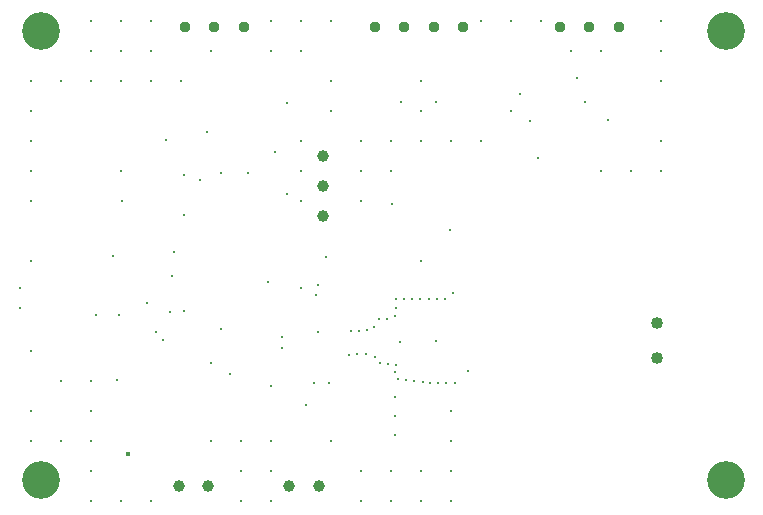
<source format=gbr>
%TF.GenerationSoftware,KiCad,Pcbnew,7.0.11-rc3*%
%TF.CreationDate,2025-03-16T23:23:55+08:00*%
%TF.ProjectId,BMS_Master,424d535f-4d61-4737-9465-722e6b696361,V1.3*%
%TF.SameCoordinates,Original*%
%TF.FileFunction,Plated,1,2,PTH,Drill*%
%TF.FilePolarity,Positive*%
%FSLAX46Y46*%
G04 Gerber Fmt 4.6, Leading zero omitted, Abs format (unit mm)*
G04 Created by KiCad (PCBNEW 7.0.11-rc3) date 2025-03-16 23:23:55*
%MOMM*%
%LPD*%
G01*
G04 APERTURE LIST*
%TA.AperFunction,ViaDrill*%
%ADD10C,0.250000*%
%TD*%
%TA.AperFunction,ViaDrill*%
%ADD11C,0.300000*%
%TD*%
%TA.AperFunction,ViaDrill*%
%ADD12C,0.400000*%
%TD*%
%TA.AperFunction,ComponentDrill*%
%ADD13C,0.950000*%
%TD*%
%TA.AperFunction,ComponentDrill*%
%ADD14C,1.000000*%
%TD*%
%TA.AperFunction,ComponentDrill*%
%ADD15C,1.020000*%
%TD*%
%TA.AperFunction,ComponentDrill*%
%ADD16C,3.200000*%
%TD*%
G04 APERTURE END LIST*
D10*
X75600000Y-69000000D03*
X81105000Y-57150000D03*
X82463150Y-57617701D03*
X84200000Y-70172880D03*
X88200000Y-66200000D03*
D11*
X67200000Y-66775000D03*
X67200000Y-68425000D03*
X68115477Y-49210000D03*
X68115477Y-51750000D03*
X68115477Y-54290000D03*
X68115477Y-56830000D03*
X68115477Y-59370000D03*
X68115477Y-64450000D03*
X68115477Y-72070000D03*
X68115477Y-77150000D03*
X68115477Y-79690000D03*
X70655477Y-49210000D03*
X70655477Y-74610000D03*
X70655477Y-79690000D03*
X73195477Y-44130000D03*
X73195477Y-46670000D03*
X73195477Y-49210000D03*
X73195477Y-74610000D03*
X73195477Y-77150000D03*
X73195477Y-79690000D03*
X73195477Y-82230000D03*
X73195477Y-84770000D03*
X73655000Y-69025000D03*
X75105000Y-64000000D03*
X75400000Y-74509447D03*
X75735477Y-44130000D03*
X75735477Y-46670000D03*
X75735477Y-49210000D03*
X75735477Y-56830000D03*
X75735477Y-84770000D03*
X75850000Y-59350000D03*
X77950000Y-68000000D03*
X78275477Y-44130000D03*
X78275477Y-46670000D03*
X78275477Y-49210000D03*
X78275477Y-84770000D03*
X78710343Y-70439657D03*
X79350000Y-71100000D03*
X79605000Y-54200000D03*
X79924558Y-68739657D03*
X80050000Y-65750000D03*
X80205000Y-63650000D03*
X80815477Y-49210000D03*
X81053440Y-60546560D03*
X81105000Y-68670096D03*
X83005000Y-53550000D03*
X83355477Y-46670000D03*
X83355477Y-79690000D03*
X83405000Y-73100000D03*
X84255000Y-56972701D03*
X85000000Y-74000000D03*
X85895477Y-79690000D03*
X85895477Y-82230000D03*
X85895477Y-84770000D03*
X86500000Y-57000000D03*
X88435477Y-44130000D03*
X88435477Y-46670000D03*
X88435477Y-79690000D03*
X88435477Y-82230000D03*
X88435477Y-84770000D03*
X88475000Y-75000000D03*
X88755000Y-55250000D03*
X89400000Y-70850000D03*
X89400000Y-71800000D03*
X89800000Y-51100000D03*
X89805000Y-58800000D03*
X90975477Y-44130000D03*
X90975477Y-46670000D03*
X90975477Y-54290000D03*
X90975477Y-56830000D03*
X90975477Y-59370000D03*
X91000000Y-66700000D03*
X91450000Y-76637500D03*
X92100000Y-74800000D03*
X92250000Y-67350000D03*
X92425414Y-70506162D03*
X92440000Y-66510000D03*
X93105000Y-64100000D03*
X93400000Y-74750000D03*
X93515477Y-44130000D03*
X93515477Y-49210000D03*
X93515477Y-51750000D03*
X93515477Y-79690000D03*
X95100000Y-72400000D03*
X95250000Y-70350000D03*
X95750000Y-72300000D03*
X95900000Y-70350000D03*
X96055477Y-54290000D03*
X96055477Y-56830000D03*
X96055477Y-59370000D03*
X96055477Y-82230000D03*
X96055477Y-84770000D03*
X96500000Y-72350000D03*
X96600000Y-70300000D03*
X97200000Y-70050000D03*
X97300000Y-72550000D03*
X97600000Y-69400000D03*
X97700000Y-73100000D03*
X98300000Y-69400000D03*
X98350000Y-73150000D03*
X98595477Y-54290000D03*
X98595477Y-56830000D03*
X98595477Y-82230000D03*
X98595477Y-84770000D03*
X98700000Y-59600000D03*
X98930000Y-75950000D03*
X98930000Y-77550000D03*
X98930000Y-79150000D03*
X98950000Y-69100000D03*
X98950000Y-73850000D03*
X99000000Y-67700000D03*
X99000000Y-68400000D03*
X99050000Y-73250000D03*
X99223569Y-74475000D03*
X99400000Y-71300000D03*
X99500000Y-51025000D03*
X99700000Y-67700000D03*
X99882476Y-74487622D03*
X100400000Y-67700000D03*
X100550000Y-74650000D03*
X101100000Y-67700000D03*
X101135477Y-49210000D03*
X101135477Y-51750000D03*
X101135477Y-54290000D03*
X101135477Y-64450000D03*
X101135477Y-82230000D03*
X101135477Y-84770000D03*
X101300000Y-74700000D03*
X101800000Y-67700000D03*
X101950000Y-74750000D03*
X102400000Y-51025000D03*
X102450000Y-71200000D03*
X102500000Y-67700000D03*
X102600000Y-74750000D03*
X103200000Y-67700000D03*
X103300000Y-74750000D03*
X103650000Y-61800000D03*
X103675477Y-54290000D03*
X103675477Y-77150000D03*
X103675477Y-79690000D03*
X103675477Y-82230000D03*
X103675477Y-84770000D03*
X103900000Y-67200000D03*
X104000000Y-74750000D03*
X105125000Y-73750000D03*
X106215477Y-44130000D03*
X106215477Y-54290000D03*
X108755477Y-44130000D03*
X108755477Y-51750000D03*
X109500000Y-50300000D03*
X110400000Y-52600000D03*
X111100000Y-55700000D03*
X111295477Y-44130000D03*
X113835477Y-46670000D03*
X114400000Y-49000000D03*
X115000000Y-51000000D03*
X116375477Y-46670000D03*
X116375477Y-56830000D03*
X116950000Y-52537500D03*
X118915477Y-56830000D03*
X121455477Y-44130000D03*
X121455477Y-46670000D03*
X121455477Y-49210000D03*
X121455477Y-54290000D03*
X121455477Y-56830000D03*
D12*
X76355000Y-80800000D03*
D13*
%TO.C,J5*%
X81155000Y-44675000D03*
X83655000Y-44675000D03*
X86155000Y-44675000D03*
%TO.C,J6*%
X97250000Y-44675000D03*
X99750000Y-44675000D03*
X102250000Y-44675000D03*
X104750000Y-44675000D03*
%TO.C,J7*%
X112900000Y-44675000D03*
X115400000Y-44675000D03*
X117900000Y-44675000D03*
D14*
%TO.C,J1*%
X80655000Y-83495000D03*
X83155000Y-83495000D03*
%TO.C,J3*%
X90000000Y-83500000D03*
X92500000Y-83500000D03*
%TO.C,J2*%
X92855000Y-55570000D03*
X92855000Y-58110000D03*
X92855000Y-60650000D03*
D15*
%TO.C,J4*%
X121100000Y-69665000D03*
X121100000Y-72665000D03*
D16*
%TO.C,H3*%
X69000000Y-45000000D03*
%TO.C,H4*%
X69000000Y-83000000D03*
%TO.C,H2*%
X127000000Y-45000000D03*
%TO.C,H1*%
X127000000Y-83000000D03*
M02*

</source>
